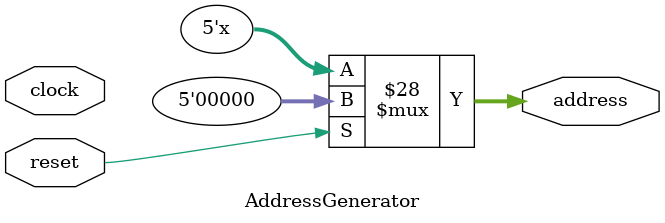
<source format=v>
`timescale 1ns / 1ps
`timescale 1ns / 1ps

module AddressGenerator(clock,reset,address);
	 
parameter MaxAddress=20;
parameter bitwidth=5;

reg[bitwidth-1:0] counter=0;

output reg[bitwidth-1:0] address=0;

input clock;
input reset;

always@(clock,reset)begin

	if(reset == 1)begin
		counter=0;
		address=0;
	end
	else begin
		if(clock == 1)begin
			address = counter;
			if(counter == MaxAddress)begin
				counter = 0;
			end
			else begin
				counter = counter + 1;
			end
		end
		else begin
			address = address;
			counter = counter;
		end
	end
	
end



endmodule

</source>
